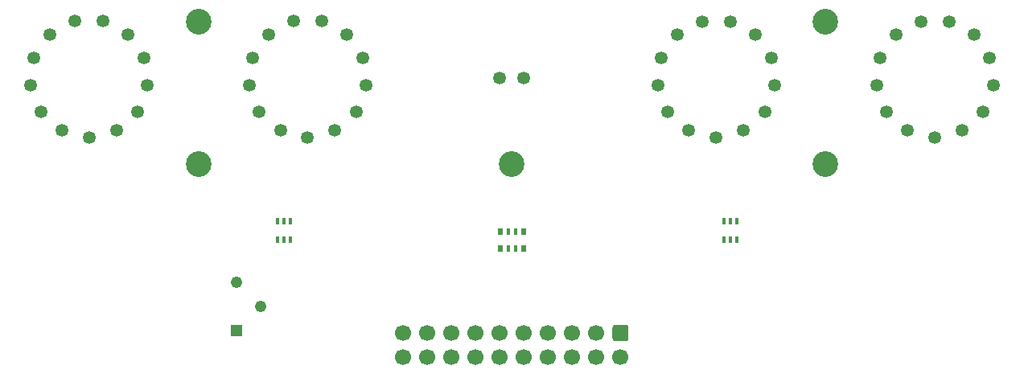
<source format=gbs>
G04 #@! TF.GenerationSoftware,KiCad,Pcbnew,(5.1.7)-1*
G04 #@! TF.CreationDate,2021-11-14T22:53:26-06:00*
G04 #@! TF.ProjectId,in14-socket,696e3134-2d73-46f6-936b-65742e6b6963,rev?*
G04 #@! TF.SameCoordinates,Original*
G04 #@! TF.FileFunction,Soldermask,Bot*
G04 #@! TF.FilePolarity,Negative*
%FSLAX46Y46*%
G04 Gerber Fmt 4.6, Leading zero omitted, Abs format (unit mm)*
G04 Created by KiCad (PCBNEW (5.1.7)-1) date 2021-11-14 22:53:26*
%MOMM*%
%LPD*%
G01*
G04 APERTURE LIST*
%ADD10C,1.346200*%
%ADD11C,2.700000*%
%ADD12C,1.700000*%
%ADD13R,1.222000X1.222000*%
%ADD14C,1.222000*%
%ADD15R,0.500000X0.800000*%
%ADD16R,0.400000X0.800000*%
%ADD17R,0.400000X0.650000*%
G04 APERTURE END LIST*
D10*
X141375280Y-104478780D03*
X135624720Y-104478780D03*
X138500000Y-105187440D03*
X132355740Y-99744220D03*
X132713880Y-96805440D03*
X134395360Y-94367040D03*
X137019180Y-92990360D03*
X139980820Y-92990360D03*
X142604640Y-94367040D03*
X144286120Y-96805440D03*
X144644260Y-99744220D03*
X143592700Y-102515360D03*
X133407300Y-102515360D03*
X184380280Y-104483980D03*
X178629720Y-104483980D03*
X181505000Y-105192640D03*
X175360740Y-99749420D03*
X175718880Y-96810640D03*
X177400360Y-94372240D03*
X180024180Y-92995560D03*
X182985820Y-92995560D03*
X185609640Y-94372240D03*
X187291120Y-96810640D03*
X187649260Y-99749420D03*
X186597700Y-102520560D03*
X176412300Y-102520560D03*
X207380280Y-104483980D03*
X201629720Y-104483980D03*
X204505000Y-105192640D03*
X198360740Y-99749420D03*
X198718880Y-96810640D03*
X200400360Y-94372240D03*
X203024180Y-92995560D03*
X205985820Y-92995560D03*
X208609640Y-94372240D03*
X210291120Y-96810640D03*
X210649260Y-99749420D03*
X209597700Y-102520560D03*
X199412300Y-102520560D03*
X118375280Y-104478780D03*
X112624720Y-104478780D03*
X115500000Y-105187440D03*
X109355740Y-99744220D03*
X109713880Y-96805440D03*
X111395360Y-94367040D03*
X114019180Y-92990360D03*
X116980820Y-92990360D03*
X119604640Y-94367040D03*
X121286120Y-96805440D03*
X121644260Y-99744220D03*
X120592700Y-102515360D03*
X110407300Y-102515360D03*
D11*
X193000000Y-93000000D03*
X193000000Y-108000000D03*
X160000000Y-108000000D03*
X127000000Y-93000000D03*
X127000000Y-108000000D03*
D12*
X148570000Y-128330000D03*
X151110000Y-128330000D03*
X153650000Y-128330000D03*
X156190000Y-128330000D03*
X158730000Y-128330000D03*
X161270000Y-128330000D03*
X163810000Y-128330000D03*
X166350000Y-128330000D03*
X168890000Y-128330000D03*
X171430000Y-128330000D03*
X148570000Y-125790000D03*
X151110000Y-125790000D03*
X153650000Y-125790000D03*
X156190000Y-125790000D03*
X158730000Y-125790000D03*
X161270000Y-125790000D03*
X163810000Y-125790000D03*
X166350000Y-125790000D03*
X168890000Y-125790000D03*
G36*
G01*
X172030000Y-126640000D02*
X170830000Y-126640000D01*
G75*
G02*
X170580000Y-126390000I0J250000D01*
G01*
X170580000Y-125190000D01*
G75*
G02*
X170830000Y-124940000I250000J0D01*
G01*
X172030000Y-124940000D01*
G75*
G02*
X172280000Y-125190000I0J-250000D01*
G01*
X172280000Y-126390000D01*
G75*
G02*
X172030000Y-126640000I-250000J0D01*
G01*
G37*
D10*
X158730000Y-99000000D03*
X161270000Y-99000000D03*
D13*
X131000000Y-125540000D03*
D14*
X133540000Y-123000000D03*
X131000000Y-120460000D03*
D15*
X161200000Y-116900000D03*
D16*
X159600000Y-116900000D03*
X160400000Y-116900000D03*
D15*
X158800000Y-116900000D03*
D16*
X160400000Y-115100000D03*
D15*
X161200000Y-115100000D03*
D16*
X159600000Y-115100000D03*
D15*
X158800000Y-115100000D03*
D17*
X136650000Y-115950000D03*
X135350000Y-115950000D03*
X136000000Y-114050000D03*
X136000000Y-115950000D03*
X135350000Y-114050000D03*
X136650000Y-114050000D03*
X182350000Y-114050000D03*
X183650000Y-114050000D03*
X183000000Y-115950000D03*
X183000000Y-114050000D03*
X183650000Y-115950000D03*
X182350000Y-115950000D03*
M02*

</source>
